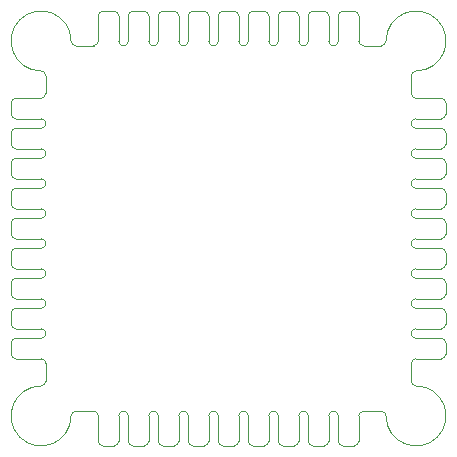
<source format=gko>
G04*
G04 #@! TF.GenerationSoftware,Altium Limited,Altium Designer,23.0.1 (38)*
G04*
G04 Layer_Color=16720538*
%FSLAX25Y25*%
%MOIN*%
G70*
G04*
G04 #@! TF.SameCoordinates,12461716-C554-4B07-BAB1-1E7DCC676BD8*
G04*
G04*
G04 #@! TF.FilePolarity,Positive*
G04*
G01*
G75*
%ADD92C,0.00100*%
D92*
X0Y30700D02*
G03*
X1600Y29100I1600J0D01*
G01*
X11600Y27500D02*
G03*
X10000Y29100I-1600J0D01*
G01*
Y20000D02*
G03*
X11600Y21600I0J1600D01*
G01*
X10000Y20000D02*
G03*
X20000Y10000I0J-10000D01*
G01*
X21600Y11600D02*
G03*
X20000Y10000I0J-1600D01*
G01*
X29100D02*
G03*
X27500Y11600I-1600J0D01*
G01*
X29100Y1600D02*
G03*
X30700Y0I1600J0D01*
G01*
X34300D02*
G03*
X35900Y1600I0J1600D01*
G01*
X39100Y10000D02*
G03*
X35900Y10000I-1600J0D01*
G01*
X39100Y1600D02*
G03*
X40700Y0I1600J0D01*
G01*
X44300D02*
G03*
X45900Y1600I0J1600D01*
G01*
X49100Y10000D02*
G03*
X45900Y10000I-1600J0D01*
G01*
X49100Y1600D02*
G03*
X50700Y0I1600J0D01*
G01*
X54300D02*
G03*
X55900Y1600I0J1600D01*
G01*
X59100Y10000D02*
G03*
X55900Y10000I-1600J0D01*
G01*
X59100Y1600D02*
G03*
X60700Y0I1600J0D01*
G01*
X64300D02*
G03*
X65900Y1600I0J1600D01*
G01*
X69100Y10000D02*
G03*
X65900Y10000I-1600J0D01*
G01*
X69100Y1600D02*
G03*
X70700Y0I1600J0D01*
G01*
X74300D02*
G03*
X75900Y1600I0J1600D01*
G01*
X79100Y10000D02*
G03*
X75900Y10000I-1600J0D01*
G01*
X79100Y1600D02*
G03*
X80700Y0I1600J0D01*
G01*
X84300D02*
G03*
X85900Y1600I0J1600D01*
G01*
X89100Y10000D02*
G03*
X85900Y10000I-1600J0D01*
G01*
X89100Y1600D02*
G03*
X90700Y0I1600J0D01*
G01*
X94300D02*
G03*
X95900Y1600I0J1600D01*
G01*
X99100Y10000D02*
G03*
X95900Y10000I-1600J0D01*
G01*
X99100Y1600D02*
G03*
X100700Y0I1600J0D01*
G01*
X104300D02*
G03*
X105900Y1600I0J1600D01*
G01*
X109100Y10000D02*
G03*
X105900Y10000I-1600J0D01*
G01*
X109100Y1600D02*
G03*
X110700Y0I1600J0D01*
G01*
X114300D02*
G03*
X115900Y1600I0J1600D01*
G01*
X117500Y11600D02*
G03*
X115900Y10000I0J-1600D01*
G01*
X125000D02*
G03*
X123400Y11600I-1600J0D01*
G01*
X125000Y10000D02*
G03*
X135000Y20000I10000J0D01*
G01*
X133400Y21600D02*
G03*
X135000Y20000I1600J0D01*
G01*
Y29100D02*
G03*
X133400Y27500I0J-1600D01*
G01*
X143400Y29100D02*
G03*
X145000Y30700I0J1600D01*
G01*
Y34300D02*
G03*
X143400Y35900I-1600J0D01*
G01*
X135000Y39100D02*
G03*
X135000Y35900I0J-1600D01*
G01*
X143400Y39100D02*
G03*
X145000Y40700I0J1600D01*
G01*
Y44300D02*
G03*
X143400Y45900I-1600J0D01*
G01*
X135000Y49100D02*
G03*
X135000Y45900I0J-1600D01*
G01*
X143400Y49100D02*
G03*
X145000Y50700I0J1600D01*
G01*
Y54300D02*
G03*
X143400Y55900I-1600J0D01*
G01*
X135000Y59100D02*
G03*
X135000Y55900I0J-1600D01*
G01*
X143400Y59100D02*
G03*
X145000Y60700I0J1600D01*
G01*
Y64300D02*
G03*
X143400Y65900I-1600J0D01*
G01*
X135000Y69100D02*
G03*
X135000Y65900I0J-1600D01*
G01*
X143400Y69100D02*
G03*
X145000Y70700I0J1600D01*
G01*
Y74300D02*
G03*
X143400Y75900I-1600J0D01*
G01*
X135000Y79100D02*
G03*
X135000Y75900I0J-1600D01*
G01*
X143400Y79100D02*
G03*
X145000Y80700I0J1600D01*
G01*
Y84300D02*
G03*
X143400Y85900I-1600J0D01*
G01*
X135000Y89100D02*
G03*
X135000Y85900I0J-1600D01*
G01*
X143400Y89100D02*
G03*
X145000Y90700I0J1600D01*
G01*
Y94300D02*
G03*
X143400Y95900I-1600J0D01*
G01*
X135000Y99100D02*
G03*
X135000Y95900I0J-1600D01*
G01*
X143400Y99100D02*
G03*
X145000Y100700I0J1600D01*
G01*
Y104300D02*
G03*
X143400Y105900I-1600J0D01*
G01*
X135000Y109100D02*
G03*
X135000Y105900I0J-1600D01*
G01*
X143400Y109100D02*
G03*
X145000Y110700I0J1600D01*
G01*
Y114300D02*
G03*
X143400Y115900I-1600J0D01*
G01*
X133400Y117500D02*
G03*
X135000Y115900I1600J0D01*
G01*
Y125000D02*
G03*
X133400Y123400I0J-1600D01*
G01*
X135000Y125000D02*
G03*
X125000Y135000I0J10000D01*
G01*
X123400Y133400D02*
G03*
X125000Y135000I0J1600D01*
G01*
X115900D02*
G03*
X117500Y133400I1600J0D01*
G01*
X115900Y143400D02*
G03*
X114300Y145000I-1600J0D01*
G01*
X110700D02*
G03*
X109100Y143400I0J-1600D01*
G01*
X105900Y135000D02*
G03*
X109100Y135000I1600J0D01*
G01*
X105900Y143400D02*
G03*
X104300Y145000I-1600J0D01*
G01*
X100700D02*
G03*
X99100Y143400I0J-1600D01*
G01*
X95900Y135000D02*
G03*
X99100Y135000I1600J0D01*
G01*
X95900Y143400D02*
G03*
X94300Y145000I-1600J0D01*
G01*
X90700D02*
G03*
X89100Y143400I0J-1600D01*
G01*
X85900Y135000D02*
G03*
X89100Y135000I1600J0D01*
G01*
X85900Y143400D02*
G03*
X84300Y145000I-1600J0D01*
G01*
X80700D02*
G03*
X79100Y143400I0J-1600D01*
G01*
X75900Y135000D02*
G03*
X79100Y135000I1600J0D01*
G01*
X75900Y143400D02*
G03*
X74300Y145000I-1600J0D01*
G01*
X70700D02*
G03*
X69100Y143400I0J-1600D01*
G01*
X65900Y135000D02*
G03*
X69100Y135000I1600J0D01*
G01*
X65900Y143400D02*
G03*
X64300Y145000I-1600J0D01*
G01*
X60700D02*
G03*
X59100Y143400I0J-1600D01*
G01*
X55900Y135000D02*
G03*
X59100Y135000I1600J0D01*
G01*
X55900Y143400D02*
G03*
X54300Y145000I-1600J0D01*
G01*
X50700D02*
G03*
X49100Y143400I0J-1600D01*
G01*
X45900Y135000D02*
G03*
X49100Y135000I1600J0D01*
G01*
X45900Y143400D02*
G03*
X44300Y145000I-1600J0D01*
G01*
X40700D02*
G03*
X39100Y143400I0J-1600D01*
G01*
X35900Y135000D02*
G03*
X39100Y135000I1600J0D01*
G01*
X35900Y143400D02*
G03*
X34300Y145000I-1600J0D01*
G01*
X30700D02*
G03*
X29100Y143400I0J-1600D01*
G01*
X27500Y133400D02*
G03*
X29100Y135000I0J1600D01*
G01*
X20000D02*
G03*
X21600Y133400I1600J0D01*
G01*
X20000Y135000D02*
G03*
X10000Y125000I-10000J0D01*
G01*
X11600Y123400D02*
G03*
X10000Y125000I-1600J0D01*
G01*
Y115900D02*
G03*
X11600Y117500I0J1600D01*
G01*
X1600Y115900D02*
G03*
X0Y114300I0J-1600D01*
G01*
Y110700D02*
G03*
X1600Y109100I1600J0D01*
G01*
X10000Y105900D02*
G03*
X10000Y109100I0J1600D01*
G01*
X1600Y105900D02*
G03*
X0Y104300I0J-1600D01*
G01*
Y100700D02*
G03*
X1600Y99100I1600J0D01*
G01*
X10000Y95900D02*
G03*
X10000Y99100I0J1600D01*
G01*
X1600Y95900D02*
G03*
X0Y94300I0J-1600D01*
G01*
Y90700D02*
G03*
X1600Y89100I1600J0D01*
G01*
X10000Y85900D02*
G03*
X10000Y89100I0J1600D01*
G01*
X1600Y85900D02*
G03*
X0Y84300I0J-1600D01*
G01*
Y80700D02*
G03*
X1600Y79100I1600J0D01*
G01*
X10000Y75900D02*
G03*
X10000Y79100I0J1600D01*
G01*
X1600Y75900D02*
G03*
X0Y74300I0J-1600D01*
G01*
Y70700D02*
G03*
X1600Y69100I1600J0D01*
G01*
X10000Y65900D02*
G03*
X10000Y69100I0J1600D01*
G01*
X1600Y65900D02*
G03*
X0Y64300I0J-1600D01*
G01*
Y60700D02*
G03*
X1600Y59100I1600J0D01*
G01*
X10000Y55900D02*
G03*
X10000Y59100I0J1600D01*
G01*
X1600Y55900D02*
G03*
X0Y54300I0J-1600D01*
G01*
Y50700D02*
G03*
X1600Y49100I1600J0D01*
G01*
X10000Y45900D02*
G03*
X10000Y49100I0J1600D01*
G01*
X1600Y45900D02*
G03*
X0Y44300I0J-1600D01*
G01*
Y40700D02*
G03*
X1600Y39100I1600J0D01*
G01*
X10000Y35900D02*
G03*
X10000Y39100I0J1600D01*
G01*
X1600Y35900D02*
G03*
X0Y34300I0J-1600D01*
G01*
X1600Y29100D02*
X10000D01*
X11600Y21600D02*
Y27500D01*
X21600Y11600D02*
X27500D01*
X29100Y1600D02*
Y10000D01*
X30700Y0D02*
X34300D01*
X35900Y1600D02*
Y10000D01*
X39100Y1600D02*
Y10000D01*
X40700Y0D02*
X44300D01*
X45900Y1600D02*
Y10000D01*
X49100Y1600D02*
Y10000D01*
X50700Y0D02*
X54300D01*
X55900Y1600D02*
Y10000D01*
X59100Y1600D02*
Y10000D01*
X60700Y0D02*
X64300D01*
X65900Y1600D02*
Y10000D01*
X69100Y1600D02*
Y10000D01*
X70700Y0D02*
X74300D01*
X75900Y1600D02*
Y10000D01*
X79100Y1600D02*
Y10000D01*
X80700Y0D02*
X84300D01*
X85900Y1600D02*
Y10000D01*
X89100Y1600D02*
Y10000D01*
X90700Y0D02*
X94300D01*
X95900Y1600D02*
Y10000D01*
X99100Y1600D02*
Y10000D01*
X100700Y0D02*
X104300D01*
X105900Y1600D02*
Y10000D01*
X109100Y1600D02*
Y10000D01*
X110700Y0D02*
X114300D01*
X115900Y1600D02*
Y10000D01*
X117500Y11600D02*
X123400D01*
X133400Y21600D02*
Y27500D01*
X135000Y29100D02*
X143400D01*
X145000Y30700D02*
Y34300D01*
X135000Y35900D02*
X143400D01*
X135000Y39100D02*
X143400D01*
X145000Y40700D02*
Y44300D01*
X135000Y45900D02*
X143400D01*
X135000Y49100D02*
X143400D01*
X145000Y50700D02*
Y54300D01*
X135000Y55900D02*
X143400D01*
X135000Y59100D02*
X143400D01*
X145000Y60700D02*
Y64300D01*
X135000Y65900D02*
X143400D01*
X135000Y69100D02*
X143400D01*
X145000Y70700D02*
Y74300D01*
X135000Y75900D02*
X143400D01*
X135000Y79100D02*
X143400D01*
X145000Y80700D02*
Y84300D01*
X135000Y85900D02*
X143400D01*
X135000Y89100D02*
X143400D01*
X145000Y90700D02*
Y94300D01*
X135000Y95900D02*
X143400D01*
X135000Y99100D02*
X143400D01*
X145000Y100700D02*
Y104300D01*
X135000Y105900D02*
X143400D01*
X135000Y109100D02*
X143400D01*
X145000Y110700D02*
Y114300D01*
X135000Y115900D02*
X143400D01*
X133400Y117500D02*
Y123400D01*
X117500Y133400D02*
X123400D01*
X115900Y135000D02*
Y143400D01*
X110700Y145000D02*
X114300D01*
X109100Y135000D02*
Y143400D01*
X105900Y135000D02*
Y143400D01*
X100700Y145000D02*
X104300D01*
X99100Y135000D02*
Y143400D01*
X95900Y135000D02*
Y143400D01*
X90700Y145000D02*
X94300D01*
X89100Y135000D02*
Y143400D01*
X85900Y135000D02*
Y143400D01*
X80700Y145000D02*
X84300D01*
X79100Y135000D02*
Y143400D01*
X75900Y135000D02*
Y143400D01*
X70700Y145000D02*
X74300D01*
X69100Y135000D02*
Y143400D01*
X65900Y135000D02*
Y143400D01*
X60700Y145000D02*
X64300D01*
X59100Y135000D02*
Y143400D01*
X55900Y135000D02*
Y143400D01*
X50700Y145000D02*
X54300D01*
X49100Y135000D02*
Y143400D01*
X45900Y135000D02*
Y143400D01*
X40700Y145000D02*
X44300D01*
X39100Y135000D02*
Y143400D01*
X35900Y135000D02*
Y143400D01*
X30700Y145000D02*
X34300D01*
X29100Y135000D02*
Y143400D01*
X21600Y133400D02*
X27500D01*
X11600Y117500D02*
Y123400D01*
X1600Y115900D02*
X10000D01*
X0Y110700D02*
Y114300D01*
X1600Y109100D02*
X10000D01*
X1600Y105900D02*
X10000D01*
X0Y100700D02*
Y104300D01*
X1600Y99100D02*
X10000D01*
X1600Y95900D02*
X10000D01*
X0Y90700D02*
Y94300D01*
X1600Y89100D02*
X10000D01*
X1600Y85900D02*
X10000D01*
X0Y80700D02*
Y84300D01*
X1600Y79100D02*
X10000D01*
X1600Y75900D02*
X10000D01*
X0Y70700D02*
Y74300D01*
X1600Y69100D02*
X10000D01*
X1600Y65900D02*
X10000D01*
X0Y60700D02*
Y64300D01*
X1600Y59100D02*
X10000D01*
X1600Y55900D02*
X10000D01*
X0Y50700D02*
Y54300D01*
X1600Y49100D02*
X10000D01*
X1600Y45900D02*
X10000D01*
X0Y40700D02*
Y44300D01*
X1600Y39100D02*
X10000D01*
X1600Y35900D02*
X10000D01*
X0Y30700D02*
Y34300D01*
M02*

</source>
